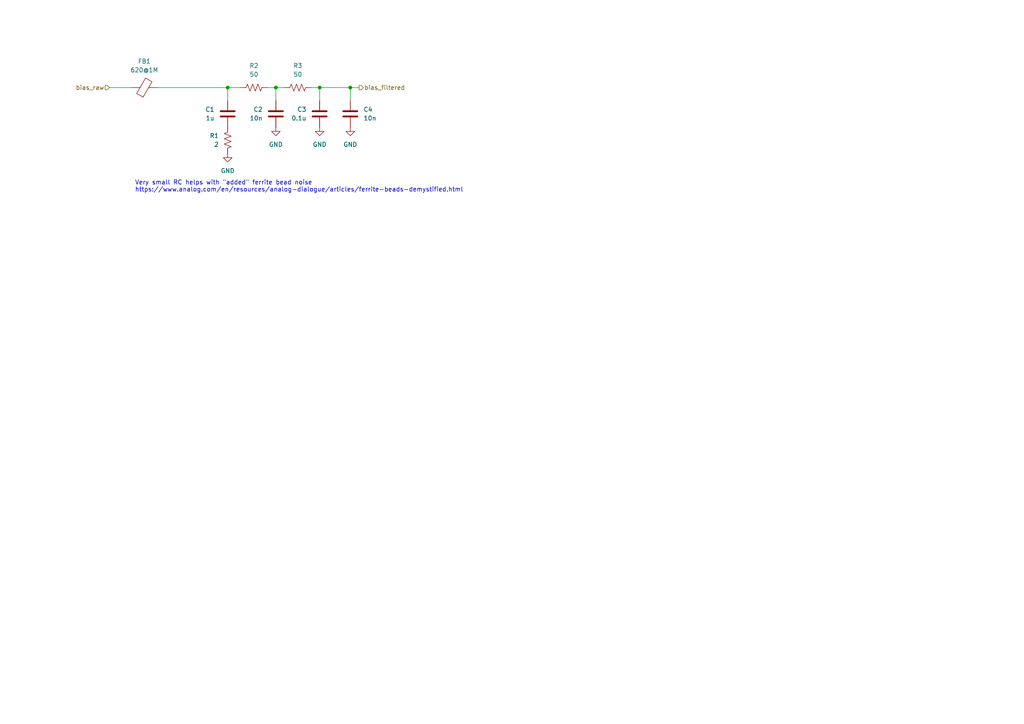
<source format=kicad_sch>
(kicad_sch (version 20250114) (generator "eeschema") (generator_version "9.0")
  (paper "A4")
  (lib_symbols
    (symbol "Device:C" (pin_numbers (hide yes)) (pin_names (offset 0.254))
      (property "Reference" "C" (at 0.635 2.54 0))
      (property "Value" "C" (at 0.635 -2.54 0))
      (symbol "C_0_1"
        (polyline (pts (xy -2.032 0.762) (xy 2.032 0.762)) (stroke (width 0.508)))
        (polyline (pts (xy -2.032 -0.762) (xy 2.032 -0.762)) (stroke (width 0.508)))
      )
      (symbol "C_1_1"
        (pin passive line (at 0 3.81 270) (length 2.794) (name "~") (number "1"))
        (pin passive line (at 0 -3.81 90) (length 2.794) (name "~") (number "2"))
      )
    )
    (symbol "Device:FerriteBead" (pin_numbers (hide yes)) (pin_names (offset 0))
      (property "Reference" "FB" (at -3.81 0.635 90))
      (property "Value" "FerriteBead" (at 3.81 0 90))
      (symbol "FerriteBead_0_1"
        (polyline (pts (xy -2.7686 0.4064) (xy -1.7018 2.2606) (xy 2.7686 -0.3048) (xy 1.6764 -2.159) (xy -2.7686 0.4064)))
        (polyline (pts (xy 0 1.27) (xy 0 1.2954)))
        (polyline (pts (xy 0 -1.27) (xy 0 -1.2192)))
      )
      (symbol "FerriteBead_1_1"
        (pin passive line (at 0 3.81 270) (length 2.54) (name "~") (number "1"))
        (pin passive line (at 0 -3.81 90) (length 2.54) (name "~") (number "2"))
      )
    )
    (symbol "Device:R_US" (pin_numbers (hide yes)) (pin_names (offset 0))
      (property "Reference" "R" (at 2.54 0 90))
      (property "Value" "R_US" (at -2.54 0 90))
      (symbol "R_US_0_1"
        (polyline (pts (xy 0 2.286) (xy 0 2.54)))
        (polyline (pts (xy 0 2.286) (xy 1.016 1.905) (xy 0 1.524) (xy -1.016 1.143) (xy 0 0.762)))
        (polyline (pts (xy 0 0.762) (xy 1.016 0.381) (xy 0 0) (xy -1.016 -0.381) (xy 0 -0.762)))
        (polyline (pts (xy 0 -0.762) (xy 1.016 -1.143) (xy 0 -1.524) (xy -1.016 -1.905) (xy 0 -2.286)))
        (polyline (pts (xy 0 -2.286) (xy 0 -2.54)))
      )
      (symbol "R_US_1_1"
        (pin passive line (at 0 3.81 270) (length 1.27) (name "~") (number "1"))
        (pin passive line (at 0 -3.81 90) (length 1.27) (name "~") (number "2"))
      )
    )
    (symbol "power:GND" (power) (pin_numbers (hide yes)) (pin_names (offset 0) (hide yes))
      (property "Value" "GND" (at 0 -3.81 0))
      (symbol "GND_0_1"
        (polyline (pts (xy 0 0) (xy 0 -1.27) (xy 1.27 -1.27) (xy 0 -2.54) (xy -1.27 -1.27) (xy 0 -1.27)))
      )
      (symbol "GND_1_1"
        (pin power_in line (at 0 0 270) (length 0) (name "~") (number "1"))
      )
    )
  )
  (text "Very small RC helps with \"added\" ferrite bead noise\nhttps://www.analog.com/en/resources/analog-dialogue/articles/ferrite-beads-demystified.html" (at 39.116 54.102 0) (effects (font (size 1.27 1.27) (thickness 0.1588)) (justify left)))
  (junction (at 80.01 25.4))
  (junction (at 66.04 25.4))
  (junction (at 92.71 25.4))
  (junction (at 101.6 25.4))
  (wire (pts (xy 92.71 25.4) (xy 101.6 25.4)))
  (wire (pts (xy 101.6 25.4) (xy 101.6 29.21)))
  (wire (pts (xy 77.47 25.4) (xy 80.01 25.4)))
  (wire (pts (xy 80.01 25.4) (xy 82.55 25.4)))
  (wire (pts (xy 45.72 25.4) (xy 66.04 25.4)))
  (wire (pts (xy 80.01 25.4) (xy 80.01 29.21)))
  (wire (pts (xy 92.71 25.4) (xy 92.71 29.21)))
  (wire (pts (xy 101.6 25.4) (xy 104.14 25.4)))
  (wire (pts (xy 66.04 25.4) (xy 66.04 29.21)))
  (wire (pts (xy 90.17 25.4) (xy 92.71 25.4)))
  (wire (pts (xy 66.04 25.4) (xy 69.85 25.4)))
  (wire (pts (xy 31.75 25.4) (xy 38.1 25.4)))
  (hierarchical_label "bias_raw" (shape input) (at 31.75 25.4 180))
  (hierarchical_label "bias_filtered" (shape output) (at 104.14 25.4 0))
  (symbol (lib_id "Device:FerriteBead") (at 41.91 25.4 90) (unit 1)
    (property "Reference" "FB1" (at 41.8592 17.78 90))
    (property "Value" "620@1M" (at 41.8592 20.32 90))
    (property "Footprint" "Resistor_SMD:R_1206_3216Metric_Pad1.30x1.75mm_HandSolder" (effects (hide yes)))
    (property "Description" "Ferrite bead" (effects (hide yes)))
  )
  (symbol (lib_id "Device:C") (at 66.04 33.02 0) (mirror y) (unit 1)
    (property "Reference" "C1" (at 62.23 31.7499 0) (effects (justify left)))
    (property "Value" "1u" (at 62.23 34.2899 0) (effects (justify left)))
    (property "Footprint" "Capacitor_SMD:C_1206_3216Metric_Pad1.33x1.80mm_HandSolder" (effects (hide yes)))
    (property "Description" "Unpolarized capacitor" (effects (hide yes)))
  )
  (symbol (lib_id "Device:C") (at 101.6 33.02 0) (unit 1)
    (property "Reference" "C4" (at 105.41 31.7499 0) (effects (justify left)))
    (property "Value" "10n" (at 105.41 34.2899 0) (effects (justify left)))
    (property "Footprint" "Capacitor_SMD:C_1206_3216Metric_Pad1.33x1.80mm_HandSolder" (effects (hide yes)))
    (property "Description" "Unpolarized capacitor" (effects (hide yes)))
  )
  (symbol (lib_id "power:GND") (at 80.01 36.83 0) (unit 1)
    (property "Reference" "#PWR02" (effects (hide yes)))
    (property "Value" "GND" (at 80.01 41.91 0))
    (property "Description" "Power symbol creates a global label with name \"GND\" , ground" (effects (hide yes)))
  )
  (symbol (lib_id "power:GND") (at 101.6 36.83 0) (mirror y) (unit 1)
    (property "Reference" "#PWR04" (effects (hide yes)))
    (property "Value" "GND" (at 101.6 41.91 0))
    (property "Description" "Power symbol creates a global label with name \"GND\" , ground" (effects (hide yes)))
  )
  (symbol (lib_id "Device:R_US") (at 86.36 25.4 270) (unit 1)
    (property "Reference" "R3" (at 86.36 19.05 90))
    (property "Value" "50" (at 86.36 21.59 90))
    (property "Footprint" "Resistor_SMD:R_0805_2012Metric_Pad1.20x1.40mm_HandSolder" (effects (hide yes)))
    (property "Description" "Resistor, US symbol" (effects (hide yes)))
  )
  (symbol (lib_id "power:GND") (at 92.71 36.83 0) (unit 1)
    (property "Reference" "#PWR03" (effects (hide yes)))
    (property "Value" "GND" (at 92.71 41.91 0))
    (property "Description" "Power symbol creates a global label with name \"GND\" , ground" (effects (hide yes)))
  )
  (symbol (lib_id "power:GND") (at 66.04 44.45 0) (unit 1)
    (property "Reference" "#PWR01" (effects (hide yes)))
    (property "Value" "GND" (at 66.04 49.53 0))
    (property "Description" "Power symbol creates a global label with name \"GND\" , ground" (effects (hide yes)))
  )
  (symbol (lib_id "Device:C") (at 80.01 33.02 0) (mirror y) (unit 1)
    (property "Reference" "C2" (at 76.2 31.7499 0) (effects (justify left)))
    (property "Value" "10n" (at 76.2 34.2899 0) (effects (justify left)))
    (property "Footprint" "Capacitor_SMD:C_1206_3216Metric_Pad1.33x1.80mm_HandSolder" (effects (hide yes)))
    (property "Description" "Unpolarized capacitor" (effects (hide yes)))
  )
  (symbol (lib_id "Device:C") (at 92.71 33.02 0) (mirror y) (unit 1)
    (property "Reference" "C3" (at 88.9 31.7499 0) (effects (justify left)))
    (property "Value" "0.1u" (at 88.9 34.2899 0) (effects (justify left)))
    (property "Footprint" "Capacitor_SMD:C_1206_3216Metric_Pad1.33x1.80mm_HandSolder" (effects (hide yes)))
    (property "Description" "Unpolarized capacitor" (effects (hide yes)))
  )
  (symbol (lib_id "Device:R_US") (at 73.66 25.4 270) (unit 1)
    (property "Reference" "R2" (at 73.66 19.05 90))
    (property "Value" "50" (at 73.66 21.59 90))
    (property "Footprint" "Resistor_SMD:R_0805_2012Metric_Pad1.20x1.40mm_HandSolder" (effects (hide yes)))
    (property "Description" "Resistor, US symbol" (effects (hide yes)))
  )
  (symbol (lib_id "Device:R_US") (at 66.04 40.64 0) (mirror y) (unit 1)
    (property "Reference" "R1" (at 63.5 39.3699 0) (effects (justify left)))
    (property "Value" "2" (at 63.5 41.9099 0) (effects (justify left)))
    (property "Footprint" "Resistor_SMD:R_1206_3216Metric_Pad1.30x1.75mm_HandSolder" (effects (hide yes)))
    (property "Description" "Resistor, US symbol" (effects (hide yes)))
  )
)
</source>
